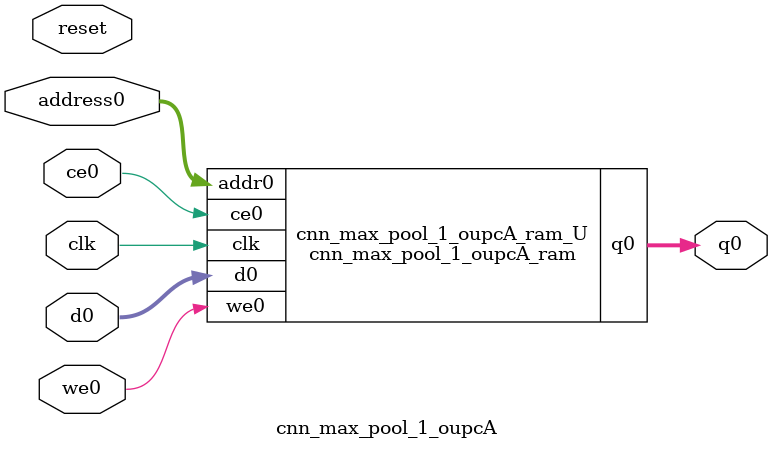
<source format=v>
`timescale 1 ns / 1 ps
module cnn_max_pool_1_oupcA_ram (addr0, ce0, d0, we0, q0,  clk);

parameter DWIDTH = 12;
parameter AWIDTH = 10;
parameter MEM_SIZE = 1014;

input[AWIDTH-1:0] addr0;
input ce0;
input[DWIDTH-1:0] d0;
input we0;
output reg[DWIDTH-1:0] q0;
input clk;

(* ram_style = "block" *)reg [DWIDTH-1:0] ram[0:MEM_SIZE-1];




always @(posedge clk)  
begin 
    if (ce0) 
    begin
        if (we0) 
        begin 
            ram[addr0] <= d0; 
        end 
        q0 <= ram[addr0];
    end
end


endmodule

`timescale 1 ns / 1 ps
module cnn_max_pool_1_oupcA(
    reset,
    clk,
    address0,
    ce0,
    we0,
    d0,
    q0);

parameter DataWidth = 32'd12;
parameter AddressRange = 32'd1014;
parameter AddressWidth = 32'd10;
input reset;
input clk;
input[AddressWidth - 1:0] address0;
input ce0;
input we0;
input[DataWidth - 1:0] d0;
output[DataWidth - 1:0] q0;



cnn_max_pool_1_oupcA_ram cnn_max_pool_1_oupcA_ram_U(
    .clk( clk ),
    .addr0( address0 ),
    .ce0( ce0 ),
    .we0( we0 ),
    .d0( d0 ),
    .q0( q0 ));

endmodule


</source>
